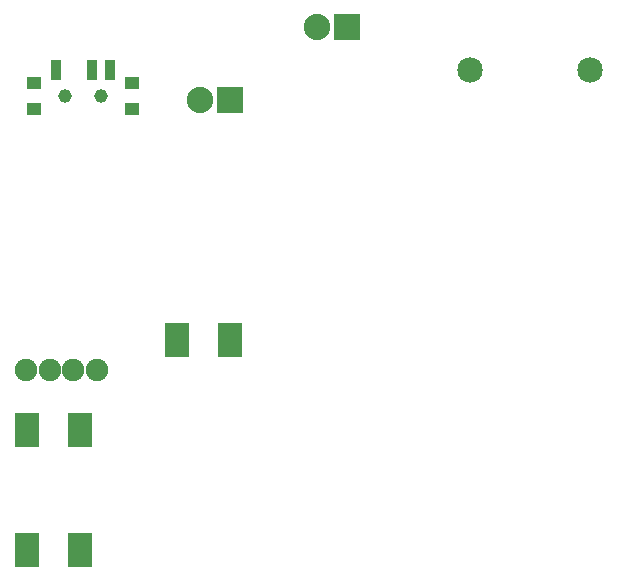
<source format=gts>
G04 MADE WITH FRITZING*
G04 WWW.FRITZING.ORG*
G04 DOUBLE SIDED*
G04 HOLES PLATED*
G04 CONTOUR ON CENTER OF CONTOUR VECTOR*
%ASAXBY*%
%FSLAX23Y23*%
%MOIN*%
%OFA0B0*%
%SFA1.0B1.0*%
%ADD10C,0.085000*%
%ADD11C,0.045433*%
%ADD12C,0.075000*%
%ADD13C,0.088000*%
%ADD14R,0.049370X0.041496*%
%ADD15R,0.037559X0.069055*%
%ADD16R,0.088000X0.088000*%
%ADD17R,0.080866X0.116299*%
%LNMASK1*%
G90*
G70*
G54D10*
X1656Y2033D03*
X2056Y2033D03*
G54D11*
X308Y1945D03*
X426Y1945D03*
X308Y1945D03*
X426Y1945D03*
G54D12*
X177Y1033D03*
X256Y1033D03*
X334Y1033D03*
X413Y1033D03*
G54D13*
X1247Y2175D03*
X1147Y2175D03*
X856Y1933D03*
X756Y1933D03*
G54D14*
X204Y1988D03*
X204Y1901D03*
X530Y1901D03*
X530Y1988D03*
G54D15*
X278Y2033D03*
X397Y2033D03*
X456Y2033D03*
G54D16*
X1247Y2175D03*
X856Y1933D03*
G54D17*
X682Y1133D03*
X856Y1133D03*
X182Y833D03*
X356Y833D03*
X182Y433D03*
X356Y433D03*
G04 End of Mask1*
M02*
</source>
